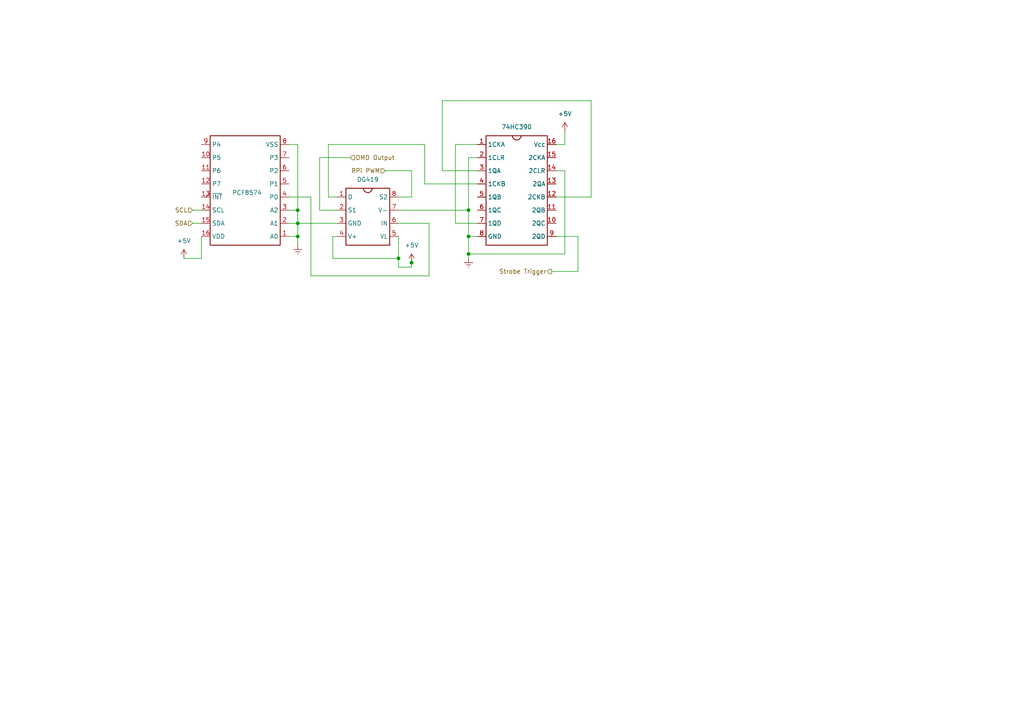
<source format=kicad_sch>
(kicad_sch (version 20211123) (generator eeschema)
  (paper "A4")
  (lib_symbols
    (symbol "EGR_270:74HC390"
      (property "Value" "74HC390" (at -15.24 11.43 0))
      (symbol "74HC390_0_1"
        (rectangle (start -24.13 8.89) (end -6.35 -22.86) (stroke (width 0.254)))
        (arc (start -16.51 8.89) (mid -15.24 7.6718) (end -13.97 8.89) (stroke (width 0.254)))
      )
      (symbol "74HC390_1_1"
        (pin bidirectional line (at -26.67 6.35 0) (length 2.54) (name "1CKA") (number "1"))
        (pin bidirectional line (at -3.81 -16.51 180) (length 2.54) (name "2QC") (number "10"))
        (pin bidirectional line (at -3.81 -12.7 180) (length 2.54) (name "2QB") (number "11"))
        (pin bidirectional line (at -3.81 -8.89 180) (length 2.54) (name "2CKB") (number "12"))
        (pin bidirectional line (at -3.81 -5.08 180) (length 2.54) (name "2QA") (number "13"))
        (pin bidirectional line (at -3.81 -1.27 180) (length 2.54) (name "2CLR") (number "14"))
        (pin bidirectional line (at -3.81 2.54 180) (length 2.54) (name "2CKA") (number "15"))
        (pin bidirectional line (at -3.81 6.35 180) (length 2.54) (name "Vcc") (number "16"))
        (pin bidirectional line (at -26.67 2.54 0) (length 2.54) (name "1CLR") (number "2"))
        (pin bidirectional line (at -26.67 -1.27 0) (length 2.54) (name "1QA") (number "3"))
        (pin bidirectional line (at -26.67 -5.08 0) (length 2.54) (name "1CKB") (number "4"))
        (pin bidirectional line (at -26.67 -8.89 0) (length 2.54) (name "1QB") (number "5"))
        (pin bidirectional line (at -26.67 -12.7 0) (length 2.54) (name "1QC") (number "6"))
        (pin bidirectional line (at -26.67 -16.51 0) (length 2.54) (name "1QD") (number "7"))
        (pin bidirectional line (at -26.67 -20.32 0) (length 2.54) (name "GND") (number "8"))
        (pin bidirectional line (at -3.81 -20.32 180) (length 2.54) (name "2QD") (number "9"))
      )
    )
    (symbol "EGR_270:DG419"
      (property "Value" "DG419" (at 0 10.16 0))
      (symbol "DG419_0_1"
        (rectangle (start -6.35 7.62) (end 6.35 -8.89) (stroke (width 0.254)))
        (arc (start -1.27 7.62) (mid 0 6.3773) (end 1.27 7.62) (stroke (width 0.254)))
      )
      (symbol "DG419_1_1"
        (pin bidirectional line (at -8.89 5.08 0) (length 2.54) (name "D") (number "1"))
        (pin bidirectional line (at -8.89 1.27 0) (length 2.54) (name "S1") (number "2"))
        (pin power_out line (at -8.89 -2.54 0) (length 2.54) (name "GND") (number "3"))
        (pin power_in line (at -8.89 -6.35 0) (length 2.54) (name "V+") (number "4"))
        (pin power_in line (at 8.89 -6.35 180) (length 2.54) (name "VL") (number "5"))
        (pin input line (at 8.89 -2.54 180) (length 2.54) (name "IN") (number "6"))
        (pin power_in line (at 8.89 1.27 180) (length 2.54) (name "V-") (number "7"))
        (pin bidirectional line (at 8.89 5.08 180) (length 2.54) (name "S2") (number "8"))
      )
    )
    (symbol "PCF8574_2"
      (property "Value" "PCF8574_2" (at 3.81 0 0))
      (symbol "PCF8574_2_0_1"
        (rectangle (start -10.16 15.24) (end 10.16 -16.51) (stroke (width 0.254)))
      )
      (symbol "PCF8574_2_1_1"
        (pin input line (at -12.7 12.7 0) (length 2.54) (name "A0") (number "1"))
        (pin bidirectional line (at 12.7 -10.16 180) (length 2.54) (name "P5") (number "10"))
        (pin bidirectional line (at 12.7 -6.35 180) (length 2.54) (name "P6") (number "11"))
        (pin bidirectional line (at 12.7 -2.54 180) (length 2.54) (name "P7") (number "12"))
        (pin open_collector output_low (at 12.7 1.27 180) (length 2.54) (name "~{INT}") (number "13"))
        (pin input line (at 12.7 5.08 180) (length 2.54) (name "SCL") (number "14"))
        (pin bidirectional line (at 12.7 8.89 180) (length 2.54) (name "SDA") (number "15"))
        (pin power_in line (at 12.7 12.7 180) (length 2.54) (name "VDD") (number "16"))
        (pin input line (at -12.7 8.89 0) (length 2.54) (name "A1") (number "2"))
        (pin input line (at -12.7 5.08 0) (length 2.54) (name "A2") (number "3"))
        (pin bidirectional line (at -12.7 1.27 0) (length 2.54) (name "P0") (number "4"))
        (pin bidirectional line (at -12.7 -2.54 0) (length 2.54) (name "P1") (number "5"))
        (pin bidirectional line (at -12.7 -6.35 0) (length 2.54) (name "P2") (number "6"))
        (pin bidirectional line (at -12.7 -10.16 0) (length 2.54) (name "P3") (number "7"))
        (pin power_in line (at -12.7 -13.97 0) (length 2.54) (name "VSS") (number "8"))
        (pin bidirectional line (at 12.7 -13.97 180) (length 2.54) (name "P4") (number "9"))
      )
    )
    (symbol "power:+5V" (power) (pin_names (offset 0))
      (property "Value" "+5V" (at 0 3.556 0))
      (symbol "+5V_0_1"
        (polyline (pts (xy -0.762 1.27) (xy 0 2.54)))
        (polyline (pts (xy 0 0) (xy 0 2.54)))
        (polyline (pts (xy 0 2.54) (xy 0.762 1.27)))
      )
      (symbol "+5V_1_1"
        (pin power_in line (at 0 0 90) (length 0) hide (name "+5V") (number "1"))
      )
    )
    (symbol "power:Earth" (power) (pin_names (offset 0))
      (symbol "Earth_0_1"
        (polyline (pts (xy -0.635 -1.905) (xy 0.635 -1.905)))
        (polyline (pts (xy -0.127 -2.54) (xy 0.127 -2.54)))
        (polyline (pts (xy 0 -1.27) (xy 0 0)))
        (polyline (pts (xy 1.27 -1.27) (xy -1.27 -1.27)))
      )
      (symbol "Earth_1_1"
        (pin power_in line (at 0 0 270) (length 0) hide (name "Earth") (number "1"))
      )
    )
  )
  (junction (at 115.57 74.93))
  (junction (at 135.89 73.66))
  (junction (at 86.36 64.77))
  (junction (at 119.38 76.2))
  (junction (at 86.36 60.96))
  (junction (at 135.89 60.96))
  (junction (at 135.89 68.58))
  (junction (at 86.36 68.58))
  (wire (pts (xy 92.71 60.96) (xy 97.79 60.96)))
  (wire (pts (xy 86.36 64.77) (xy 86.36 68.58)))
  (wire (pts (xy 101.6 45.72) (xy 92.71 45.72)))
  (wire (pts (xy 111.76 49.53) (xy 119.38 49.53)))
  (wire (pts (xy 83.82 64.77) (xy 86.36 64.77)))
  (wire (pts (xy 95.25 41.91) (xy 123.19 41.91)))
  (wire (pts (xy 167.64 68.58) (xy 167.64 78.74)))
  (wire (pts (xy 97.79 68.58) (xy 96.52 68.58)))
  (wire (pts (xy 115.57 68.58) (xy 115.57 74.93)))
  (wire (pts (xy 135.89 73.66) (xy 135.89 74.93)))
  (wire (pts (xy 83.82 60.96) (xy 86.36 60.96)))
  (wire (pts (xy 138.43 64.77) (xy 132.08 64.77)))
  (wire (pts (xy 138.43 68.58) (xy 135.89 68.58)))
  (wire (pts (xy 128.27 49.53) (xy 128.27 29.21)))
  (wire (pts (xy 123.19 53.34) (xy 138.43 53.34)))
  (wire (pts (xy 58.42 74.93) (xy 53.34 74.93)))
  (wire (pts (xy 171.45 57.15) (xy 161.29 57.15)))
  (wire (pts (xy 135.89 45.72) (xy 135.89 60.96)))
  (wire (pts (xy 128.27 29.21) (xy 171.45 29.21)))
  (wire (pts (xy 171.45 29.21) (xy 171.45 57.15)))
  (wire (pts (xy 167.64 78.74) (xy 160.02 78.74)))
  (wire (pts (xy 132.08 41.91) (xy 138.43 41.91)))
  (wire (pts (xy 83.82 68.58) (xy 86.36 68.58)))
  (wire (pts (xy 138.43 45.72) (xy 135.89 45.72)))
  (wire (pts (xy 115.57 77.47) (xy 119.38 77.47)))
  (wire (pts (xy 135.89 60.96) (xy 135.89 68.58)))
  (wire (pts (xy 163.83 73.66) (xy 135.89 73.66)))
  (wire (pts (xy 119.38 49.53) (xy 119.38 57.15)))
  (wire (pts (xy 132.08 64.77) (xy 132.08 41.91)))
  (wire (pts (xy 83.82 57.15) (xy 90.17 57.15)))
  (wire (pts (xy 95.25 57.15) (xy 95.25 41.91)))
  (wire (pts (xy 90.17 80.01) (xy 90.17 57.15)))
  (wire (pts (xy 96.52 74.93) (xy 115.57 74.93)))
  (wire (pts (xy 55.88 64.77) (xy 58.42 64.77)))
  (wire (pts (xy 163.83 38.1) (xy 163.83 41.91)))
  (wire (pts (xy 55.88 60.96) (xy 58.42 60.96)))
  (wire (pts (xy 161.29 41.91) (xy 163.83 41.91)))
  (wire (pts (xy 161.29 49.53) (xy 163.83 49.53)))
  (wire (pts (xy 135.89 68.58) (xy 135.89 73.66)))
  (wire (pts (xy 86.36 68.58) (xy 86.36 71.12)))
  (wire (pts (xy 138.43 49.53) (xy 128.27 49.53)))
  (wire (pts (xy 124.46 64.77) (xy 124.46 80.01)))
  (wire (pts (xy 96.52 68.58) (xy 96.52 74.93)))
  (wire (pts (xy 86.36 41.91) (xy 86.36 60.96)))
  (wire (pts (xy 58.42 68.58) (xy 58.42 74.93)))
  (wire (pts (xy 115.57 64.77) (xy 124.46 64.77)))
  (wire (pts (xy 86.36 64.77) (xy 97.79 64.77)))
  (wire (pts (xy 115.57 74.93) (xy 115.57 77.47)))
  (wire (pts (xy 124.46 80.01) (xy 90.17 80.01)))
  (wire (pts (xy 83.82 41.91) (xy 86.36 41.91)))
  (wire (pts (xy 86.36 60.96) (xy 86.36 64.77)))
  (wire (pts (xy 161.29 68.58) (xy 167.64 68.58)))
  (wire (pts (xy 119.38 74.93) (xy 119.38 76.2)))
  (wire (pts (xy 97.79 57.15) (xy 95.25 57.15)))
  (wire (pts (xy 119.38 76.2) (xy 119.38 77.47)))
  (wire (pts (xy 119.38 57.15) (xy 115.57 57.15)))
  (wire (pts (xy 115.57 60.96) (xy 135.89 60.96)))
  (wire (pts (xy 163.83 49.53) (xy 163.83 73.66)))
  (wire (pts (xy 92.71 45.72) (xy 92.71 60.96)))
  (wire (pts (xy 123.19 41.91) (xy 123.19 53.34)))
  (hierarchical_label "RPi PWM" (shape input) (at 111.76 49.53 180))
  (hierarchical_label "SCL" (shape input) (at 55.88 60.96 180))
  (hierarchical_label "SDA" (shape input) (at 55.88 64.77 180))
  (hierarchical_label "OMD Output" (shape input) (at 101.6 45.72 0))
  (hierarchical_label "Strobe Trigger" (shape output) (at 160.02 78.74 180))
  (symbol (lib_id "EGR_270:DG419") (at 106.68 62.23 0) (unit 1)
    (property "Reference" "U?" (effects hide))
    (property "Value" "DG419" (at 106.68 52.07 0))
  )
  (symbol (lib_id "power:+5V") (at 53.34 74.93 0) (unit 1)
    (property "Reference" "#PWR?" (effects hide))
    (property "Value" "+5V" (at 53.34 69.85 0))
  )
  (symbol (lib_id "power:Earth") (at 86.36 71.12 0) (unit 1)
    (property "Reference" "#PWR?" (effects hide))
    (property "Value" "Earth" (effects hide))
  )
  (symbol (lib_name "PCF8574_2") (lib_id "Interface_Expansion:PCF8574") (at 71.12 55.88 180) (unit 1)
    (property "Reference" "U?" (effects hide))
    (property "Value" "PCF8574" (at 67.31 55.88 0) (effects (justify right)))
    (property "Datasheet" "http://www.nxp.com/documents/data_sheet/PCF8574_PCF8574A.pdf" (effects hide))
  )
  (symbol (lib_id "power:+5V") (at 163.83 38.1 0) (unit 1)
    (property "Reference" "#PWR?" (effects hide))
    (property "Value" "+5V" (at 163.83 33.02 0))
  )
  (symbol (lib_id "EGR_270:74HC390") (at 165.1 48.26 0) (unit 1)
    (property "Reference" "U?" (effects hide))
    (property "Value" "74HC390" (at 149.86 36.83 0))
  )
  (symbol (lib_id "power:+5V") (at 119.38 76.2 0) (unit 1)
    (property "Reference" "#PWR?" (effects hide))
    (property "Value" "+5V" (at 119.38 71.12 0))
  )
  (symbol (lib_id "power:Earth") (at 135.89 74.93 0) (unit 1)
    (property "Reference" "#PWR?" (effects hide))
    (property "Value" "Earth" (effects hide))
  )
)
</source>
